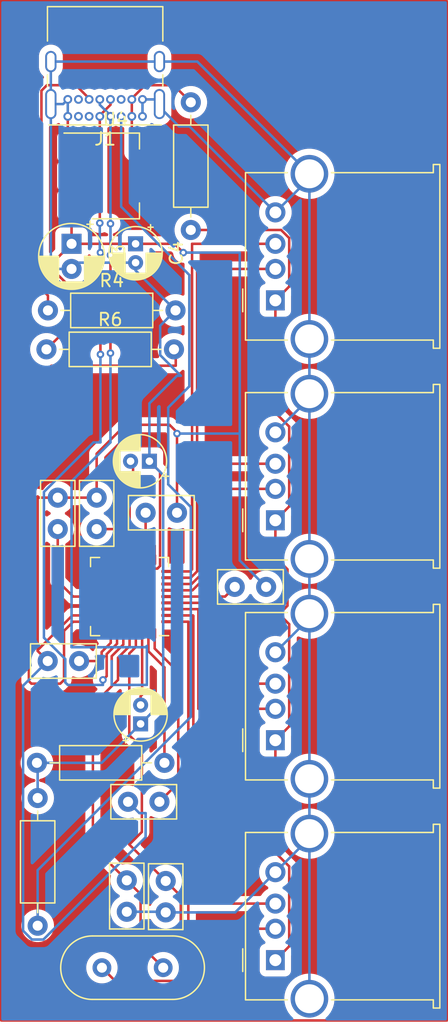
<source format=kicad_pcb>
(kicad_pcb (version 20241229) (generator "pcbnew") (generator_version "9.0")
  (layers (0 "F.Cu" signal) (2 "B.Cu" signal) (13 "F.Paste" user) (15 "B.Paste" user) (5 "F.SilkS" user "F.Silkscreen") (7 "B.SilkS" user "B.Silkscreen") (1 "F.Mask" user) (3 "B.Mask" user) (25 "Edge.Cuts" user))
  (net 0 "")
  (net 1 "GND")
  (net 2 "+3.3V")
  (net 3 "Net-(U3-PLLFILT)")
  (net 4 "Net-(U3-XTALIN{slash}CLKIN)")
  (net 5 "Net-(U3-XTALOUT)")
  (net 6 "Net-(U3-CRFILT)")
  (net 7 "Net-(C9-Pad1)")
  (net 8 "Net-(C10-Pad1)")
  (net 9 "Net-(C11-Pad1)")
  (net 10 "Net-(C12-Pad1)")
  (net 11 "Net-(C13-Pad1)")
  (net 12 "Net-(C14-Pad1)")
  (net 13 "Net-(J1-CC2)")
  (net 15 "Net-(J1-CC1)")
  (net 16 "Net-(U3-USBDM_UP)")
  (net 17 "Net-(U3-USBDP_UP)")
  (net 19 "Net-(J2-D-)")
  (net 20 "Net-(J2-VBUS)")
  (net 21 "Net-(J2-D+)")
  (net 22 "Net-(J3-D+)")
  (net 23 "Net-(J3-D-)")
  (net 24 "Net-(J4-D+)")
  (net 25 "Net-(J4-D-)")
  (net 26 "Net-(J5-D+)")
  (net 27 "Net-(J5-D-)")
  (net 28 "Net-(U3-VBUS_DET)")
  (net 29 "Net-(U3-RBIAS)")
  (footprint "Connector_USB:USB_A_Molex_67643_Horizontal" (layer "F.Cu") (at 165.337 54.2 90)
    (property "Reference" "J4" (hide yes))
    (property "Value" "USB_A" (hide yes))
    (pad "1" thru_hole rect (at 0 0 90) (size 1.6 1.5) (drill 0.95) (layers "*.Cu" "*.Mask") (net 20 "Net-(J2-VBUS)"))
    (pad "2" thru_hole circle (at 2.5 0 90) (size 1.6 1.6) (drill 0.95) (layers "*.Cu" "*.Mask") (net 25 "Net-(J4-D-)"))
    (pad "3" thru_hole circle (at 4.5 0 90) (size 1.6 1.6) (drill 0.95) (layers "*.Cu" "*.Mask") (net 24 "Net-(J4-D+)"))
    (pad "4" thru_hole circle (at 7 0 90) (size 1.6 1.6) (drill 0.95) (layers "*.Cu" "*.Mask") (net 1 "GND"))
    (pad "5" thru_hole circle (at -3.07 2.71 90) (size 3 3) (drill 2.3) (layers "*.Cu" "*.Mask") (net 1 "GND"))
    (pad "5" thru_hole circle (at 10.07 2.71 90) (size 3 3) (drill 2.3) (layers "*.Cu" "*.Mask") (net 1 "GND"))
  )
  (footprint "Capacitor_THT:C_Disc_D5.0mm_W2.5mm_P2.50mm" (layer "F.Cu") (at 156.6 85.4 90)
    (property "Reference" "C6" (hide yes))
    (property "Value" "22pF_Ceramic" (hide yes))
    (pad "1" thru_hole circle (at 0 0 90) (size 1.6 1.6) (drill 0.8) (layers "*.Cu" "*.Mask") (net 1 "GND"))
    (pad "2" thru_hole circle (at 2.5 0 90) (size 1.6 1.6) (drill 0.8) (layers "*.Cu" "*.Mask") (net 4 "Net-(U3-XTALIN{slash}CLKIN)"))
  )
  (footprint "Capacitor_THT:CP_Radial_D4.0mm_P1.50mm" (layer "F.Cu") (at 154.2 32.2 -90)
    (property "Reference" "C4" (at 0.75 -3.25 90) (layer "F.SilkS"))
    (property "Value" "22uF_16V" (hide yes))
    (pad "1" thru_hole rect (at 0 0 270) (size 1.2 1.2) (drill 0.6) (layers "*.Cu" "*.Mask") (net 2 "+3.3V"))
    (pad "2" thru_hole circle (at 1.5 0 270) (size 1.2 1.2) (drill 0.6) (layers "*.Cu" "*.Mask") (net 1 "GND"))
  )
  (footprint "Resistor_THT:R_Axial_DIN0207_L6.3mm_D2.5mm_P10.16mm_Horizontal" (layer "F.Cu") (at 147.22 37.5)
    (property "Reference" "R4" (at 5.08 -2.37 0) (layer "F.SilkS"))
    (property "Value" "5.1k")
    (pad "1" thru_hole circle (at 0 0) (size 1.6 1.6) (drill 0.8) (layers "*.Cu" "*.Mask") (net 13 "Net-(J1-CC2)"))
    (pad "2" thru_hole oval (at 10.16 0) (size 1.6 1.6) (drill 0.8) (layers "*.Cu" "*.Mask") (net 1 "GND"))
  )
  (footprint "Connector_USB:USB_C_Receptacle_GCT_USB4085" (layer "F.Cu") (at 154.75 22.06 180)
    (property "Reference" "J1" (at 2.975 -1.8 0) (layer "F.SilkS"))
    (property "Value" "USB_C_Receptacle_USB2.0_16P" (hide yes))
    (pad "A1" thru_hole circle (at 0 0 180) (size 0.7 0.7) (drill 0.4) (layers "*.Cu" "*.Mask") (net 1 "GND"))
    (pad "A4" thru_hole circle (at 0.85 0 180) (size 0.7 0.7) (drill 0.4) (layers "*.Cu" "*.Mask") (net 2 "+3.3V"))
    (pad "A5" thru_hole circle (at 1.7 0 180) (size 0.7 0.7) (drill 0.4) (layers "*.Cu" "*.Mask") (net 15 "Net-(J1-CC1)"))
    (pad "A6" thru_hole circle (at 2.55 0 180) (size 0.7 0.7) (drill 0.4) (layers "*.Cu" "*.Mask") (net 17 "Net-(U3-USBDP_UP)"))
    (pad "A7" thru_hole circle (at 3.4 0 180) (size 0.7 0.7) (drill 0.4) (layers "*.Cu" "*.Mask") (net 16 "Net-(U3-USBDM_UP)"))
    (pad "A8" thru_hole circle (at 4.25 0 180) (size 0.7 0.7) (drill 0.4) (layers "*.Cu" "*.Mask"))
    (pad "A9" thru_hole circle (at 5.1 0 180) (size 0.7 0.7) (drill 0.4) (layers "*.Cu" "*.Mask") (net 2 "+3.3V"))
    (pad "A12" thru_hole circle (at 5.95 0 180) (size 0.7 0.7) (drill 0.4) (layers "*.Cu" "*.Mask") (net 1 "GND"))
    (pad "B1" thru_hole circle (at 5.95 1.35 180) (size 0.7 0.7) (drill 0.4) (layers "*.Cu" "*.Mask") (net 1 "GND"))
    (pad "B4" thru_hole circle (at 5.1 1.35 180) (size 0.7 0.7) (drill 0.4) (layers "*.Cu" "*.Mask") (net 2 "+3.3V"))
    (pad "B5" thru_hole circle (at 4.25 1.35 180) (size 0.7 0.7) (drill 0.4) (layers "*.Cu" "*.Mask") (net 13 "Net-(J1-CC2)"))
    (pad "B6" thru_hole circle (at 3.4 1.35 180) (size 0.7 0.7) (drill 0.4) (layers "*.Cu" "*.Mask") (net 17 "Net-(U3-USBDP_UP)"))
    (pad "B7" thru_hole circle (at 2.55 1.35 180) (size 0.7 0.7) (drill 0.4) (layers "*.Cu" "*.Mask") (net 16 "Net-(U3-USBDM_UP)"))
    (pad "B8" thru_hole circle (at 1.7 1.35 180) (size 0.7 0.7) (drill 0.4) (layers "*.Cu" "*.Mask"))
    (pad "B9" thru_hole circle (at 0.85 1.35 180) (size 0.7 0.7) (drill 0.4) (layers "*.Cu" "*.Mask") (net 2 "+3.3V"))
    (pad "B12" thru_hole circle (at 0 1.35 180) (size 0.7 0.7) (drill 0.4) (layers "*.Cu" "*.Mask") (net 1 "GND"))
    (pad "S1" thru_hole oval (at -1.35 0.98 180) (size 0.9 2.4) (drill oval 0.6 2.1) (layers "*.Cu" "*.Mask") (net 1 "GND"))
    (pad "S1" thru_hole oval (at -1.35 4.36 180) (size 0.9 1.7) (drill oval 0.6 1.4) (layers "*.Cu" "*.Mask") (net 1 "GND"))
    (pad "S1" thru_hole oval (at 7.3 0.98 180) (size 0.9 2.4) (drill oval 0.6 2.1) (layers "*.Cu" "*.Mask") (net 1 "GND"))
    (pad "S1" thru_hole oval (at 7.3 4.36 180) (size 0.9 1.7) (drill oval 0.6 1.4) (layers "*.Cu" "*.Mask") (net 1 "GND"))
  )
  (footprint "Capacitor_THT:C_Disc_D5.0mm_W2.5mm_P2.50mm" (layer "F.Cu") (at 153.5 85.35 90)
    (property "Reference" "C7" (hide yes))
    (property "Value" "22pF_Ceramic" (hide yes))
    (pad "1" thru_hole circle (at 0 0 90) (size 1.6 1.6) (drill 0.8) (layers "*.Cu" "*.Mask") (net 1 "GND"))
    (pad "2" thru_hole circle (at 2.5 0 90) (size 1.6 1.6) (drill 0.8) (layers "*.Cu" "*.Mask") (net 5 "Net-(U3-XTALOUT)"))
  )
  (footprint "Capacitor_THT:C_Disc_D5.0mm_W2.5mm_P2.50mm" (layer "F.Cu") (at 149.7 65.4 180)
    (property "Reference" "C11" (hide yes))
    (property "Value" "100nF_Ceramic" (hide yes))
    (pad "1" thru_hole circle (at 0 0 180) (size 1.6 1.6) (drill 0.8) (layers "*.Cu" "*.Mask") (net 9 "Net-(C11-Pad1)"))
    (pad "2" thru_hole circle (at 2.5 0 180) (size 1.6 1.6) (drill 0.8) (layers "*.Cu" "*.Mask") (net 2 "+3.3V"))
  )
  (footprint "Capacitor_THT:CP_Radial_D5.0mm_P2.00mm" (layer "F.Cu") (at 149.1 32.2 -90)
    (property "Reference" "C3" (at 1 -3.75 90) (layer "F.SilkS"))
    (property "Value" "10uF_16V" (hide yes))
    (pad "1" thru_hole rect (at 0 0 270) (size 1.6 1.6) (drill 0.8) (layers "*.Cu" "*.Mask") (net 2 "+3.3V"))
    (pad "2" thru_hole circle (at 2 0 270) (size 1.6 1.6) (drill 0.8) (layers "*.Cu" "*.Mask") (net 1 "GND"))
  )
  (footprint "Package_TO_SOT_SMD:SOT-223-3_TabPin2" (layer "F.Cu") (at 152.6 26.8)
    (property "Reference" "U4" (at 0 -4.5 0) (layer "F.SilkS"))
    (property "Value" "AMS1117-3.3" (hide yes))
    (pad "1" smd rect (at -3.15 -2.3) (size 2 1.5) (layers "F.Cu" "F.Mask" "F.Paste") (net 1 "GND"))
    (pad "2" smd rect (at -3.15 0) (size 2 1.5) (layers "F.Cu" "F.Mask" "F.Paste") (net 2 "+3.3V"))
    (pad "2" smd rect (at 3.15 0) (size 2 3.8) (layers "F.Cu" "F.Mask" "F.Paste") (net 2 "+3.3V"))
    (pad "3" smd rect (at -3.15 2.3) (size 2 1.5) (layers "F.Cu" "F.Mask" "F.Paste") (net 2 "+3.3V"))
  )
  (footprint "Capacitor_THT:CP_Radial_D4.0mm_P1.50mm" (layer "F.Cu") (at 155.3 49.5 180)
    (property "Reference" "C8" (hide yes))
    (property "Value" "1uF_50V" (hide yes))
    (pad "1" thru_hole rect (at 0 0 180) (size 1.2 1.2) (drill 0.6) (layers "*.Cu" "*.Mask") (net 1 "GND"))
    (pad "2" thru_hole circle (at 1.5 0 180) (size 1.2 1.2) (drill 0.6) (layers "*.Cu" "*.Mask") (net 6 "Net-(U3-CRFILT)"))
  )
  (footprint "Resistor_THT:R_Axial_DIN0207_L6.3mm_D2.5mm_P10.16mm_Horizontal" (layer "F.Cu") (at 158.6 20.94 -90)
    (property "Reference" "R5" (hide yes))
    (property "Value" "100k" (hide yes))
    (pad "1" thru_hole circle (at 0 0 270) (size 1.6 1.6) (drill 0.8) (layers "*.Cu" "*.Mask") (net 2 "+3.3V"))
    (pad "2" thru_hole oval (at 10.16 0 270) (size 1.6 1.6) (drill 0.8) (layers "*.Cu" "*.Mask") (net 20 "Net-(J2-VBUS)"))
  )
  (footprint "Connector_USB:USB_A_Molex_67643_Horizontal" (layer "F.Cu") (at 165.337 89.2 90)
    (property "Reference" "J2" (hide yes))
    (property "Value" "USB_A" (hide yes))
    (pad "1" thru_hole rect (at 0 0 90) (size 1.6 1.5) (drill 0.95) (layers "*.Cu" "*.Mask") (net 20 "Net-(J2-VBUS)"))
    (pad "2" thru_hole circle (at 2.5 0 90) (size 1.6 1.6) (drill 0.95) (layers "*.Cu" "*.Mask") (net 19 "Net-(J2-D-)"))
    (pad "3" thru_hole circle (at 4.5 0 90) (size 1.6 1.6) (drill 0.95) (layers "*.Cu" "*.Mask") (net 21 "Net-(J2-D+)"))
    (pad "4" thru_hole circle (at 7 0 90) (size 1.6 1.6) (drill 0.95) (layers "*.Cu" "*.Mask") (net 1 "GND"))
    (pad "5" thru_hole circle (at -3.07 2.71 90) (size 3 3) (drill 2.3) (layers "*.Cu" "*.Mask") (net 1 "GND"))
    (pad "5" thru_hole circle (at 10.07 2.71 90) (size 3 3) (drill 2.3) (layers "*.Cu" "*.Mask") (net 1 "GND"))
  )
  (footprint "Capacitor_THT:C_Disc_D5.0mm_W2.5mm_P2.50mm" (layer "F.Cu") (at 148 54.9 90)
    (property "Reference" "C14" (hide yes))
    (property "Value" "100nF_Ceramic" (hide yes))
    (pad "1" thru_hole circle (at 0 0 90) (size 1.6 1.6) (drill 0.8) (layers "*.Cu" "*.Mask") (net 12 "Net-(C14-Pad1)"))
    (pad "2" thru_hole circle (at 2.5 0 90) (size 1.6 1.6) (drill 0.8) (layers "*.Cu" "*.Mask") (net 2 "+3.3V"))
  )
  (footprint "Crystal:Crystal_HC49-4H_Vertical" (layer "F.Cu") (at 151.52 89.8)
    (property "Reference" "Y1" (hide yes))
    (property "Value" "Crystal_24MHz" (hide yes))
    (pad "1" thru_hole circle (at 0 0) (size 1.5 1.5) (drill 0.8) (layers "*.Cu" "*.Mask") (net 4 "Net-(U3-XTALIN{slash}CLKIN)"))
    (pad "2" thru_hole circle (at 4.88 0) (size 1.5 1.5) (drill 0.8) (layers "*.Cu" "*.Mask") (net 5 "Net-(U3-XTALOUT)"))
  )
  (footprint "Package_DFN_QFN:QFN-36-1EP_6x6mm_P0.5mm_EP3.7x3.7mm" (layer "F.Cu") (at 153.7225 60.27 180)
    (property "Reference" "U3" (hide yes))
    (property "Value" "USB2514B_Bi" (hide yes))
    (pad "1" smd roundrect (at -2.9375 -2 180) (size 0.825 0.25) (layers "F.Cu" "F.Mask" "F.Paste") (net 19 "Net-(J2-D-)"))
    (pad "2" smd roundrect (at -2.9375 -1.5 180) (size 0.825 0.25) (layers "F.Cu" "F.Mask" "F.Paste") (net 21 "Net-(J2-D+)"))
    (pad "3" smd roundrect (at -2.9375 -1 180) (size 0.825 0.25) (layers "F.Cu" "F.Mask" "F.Paste") (net 23 "Net-(J3-D-)"))
    (pad "4" smd roundrect (at -2.9375 -0.5 180) (size 0.825 0.25) (layers "F.Cu" "F.Mask" "F.Paste") (net 22 "Net-(J3-D+)"))
    (pad "5" smd roundrect (at -2.9375 0 180) (size 0.825 0.25) (layers "F.Cu" "F.Mask" "F.Paste") (net 7 "Net-(C9-Pad1)"))
    (pad "6" smd roundrect (at -2.9375 0.5 180) (size 0.825 0.25) (layers "F.Cu" "F.Mask" "F.Paste") (net 25 "Net-(J4-D-)"))
    (pad "7" smd roundrect (at -2.9375 1 180) (size 0.825 0.25) (layers "F.Cu" "F.Mask" "F.Paste") (net 24 "Net-(J4-D+)"))
    (pad "8" smd roundrect (at -2.9375 1.5 180) (size 0.825 0.25) (layers "F.Cu" "F.Mask" "F.Paste") (net 27 "Net-(J5-D-)"))
    (pad "9" smd roundrect (at -2.9375 2 180) (size 0.825 0.25) (layers "F.Cu" "F.Mask" "F.Paste") (net 26 "Net-(J5-D+)"))
    (pad "10" smd roundrect (at -2 2.9375 180) (size 0.25 0.825) (layers "F.Cu" "F.Mask" "F.Paste") (net 8 "Net-(C10-Pad1)"))
    (pad "11" smd roundrect (at -1.5 2.9375 180) (size 0.25 0.825) (layers "F.Cu" "F.Mask" "F.Paste") (net 1 "GND"))
    (pad "12" smd roundrect (at -1 2.9375 180) (size 0.25 0.825) (layers "F.Cu" "F.Mask" "F.Paste"))
    (pad "13" smd roundrect (at -0.5 2.9375 180) (size 0.25 0.825) (layers "F.Cu" "F.Mask" "F.Paste"))
    (pad "14" smd roundrect (at 0 2.9375 180) (size 0.25 0.825) (layers "F.Cu" "F.Mask" "F.Paste") (net 6 "Net-(U3-CRFILT)"))
    (pad "15" smd roundrect (at 0.5 2.9375 180) (size 0.25 0.825) (layers "F.Cu" "F.Mask" "F.Paste") (net 11 "Net-(C13-Pad1)"))
    (pad "16" smd roundrect (at 1 2.9375 180) (size 0.25 0.825) (layers "F.Cu" "F.Mask" "F.Paste"))
    (pad "17" smd roundrect (at 1.5 2.9375 180) (size 0.25 0.825) (layers "F.Cu" "F.Mask" "F.Paste"))
    (pad "18" smd roundrect (at 2 2.9375 180) (size 0.25 0.825) (layers "F.Cu" "F.Mask" "F.Paste"))
    (pad "19" smd roundrect (at 2.9375 2 180) (size 0.825 0.25) (layers "F.Cu" "F.Mask" "F.Paste"))
    (pad "20" smd roundrect (at 2.9375 1.5 180) (size 0.825 0.25) (layers "F.Cu" "F.Mask" "F.Paste"))
    (pad "21" smd roundrect (at 2.9375 1 180) (size 0.825 0.25) (layers "F.Cu" "F.Mask" "F.Paste"))
    (pad "22" smd roundrect (at 2.9375 0.5 180) (size 0.825 0.25) (layers "F.Cu" "F.Mask" "F.Paste"))
    (pad "23" smd roundrect (at 2.9375 0 180) (size 0.825 0.25) (layers "F.Cu" "F.Mask" "F.Paste") (net 12 "Net-(C14-Pad1)"))
    (pad "24" smd roundrect (at 2.9375 -0.5 180) (size 0.825 0.25) (layers "F.Cu" "F.Mask" "F.Paste"))
    (pad "25" smd roundrect (at 2.9375 -1 180) (size 0.825 0.25) (layers "F.Cu" "F.Mask" "F.Paste"))
    (pad "26" smd roundrect (at 2.9375 -1.5 180) (size 0.825 0.25) (layers "F.Cu" "F.Mask" "F.Paste") (net 2 "+3.3V"))
    (pad "27" smd roundrect (at 2.9375 -2 180) (size 0.825 0.25) (layers "F.Cu" "F.Mask" "F.Paste") (net 28 "Net-(U3-VBUS_DET)"))
    (pad "28" smd roundrect (at 2 -2.9375 180) (size 0.25 0.825) (layers "F.Cu" "F.Mask" "F.Paste"))
    (pad "29" smd roundrect (at 1.5 -2.9375 180) (size 0.25 0.825) (layers "F.Cu" "F.Mask" "F.Paste") (net 9 "Net-(C11-Pad1)"))
    (pad "30" smd roundrect (at 1 -2.9375 180) (size 0.25 0.825) (layers "F.Cu" "F.Mask" "F.Paste") (net 16 "Net-(U3-USBDM_UP)"))
    (pad "31" smd roundrect (at 0.5 -2.9375 180) (size 0.25 0.825) (layers "F.Cu" "F.Mask" "F.Paste") (net 17 "Net-(U3-USBDP_UP)"))
    (pad "32" smd roundrect (at 0 -2.9375 180) (size 0.25 0.825) (layers "F.Cu" "F.Mask" "F.Paste") (net 5 "Net-(U3-XTALOUT)"))
    (pad "33" smd roundrect (at -0.5 -2.9375 180) (size 0.25 0.825) (layers "F.Cu" "F.Mask" "F.Paste") (net 4 "Net-(U3-XTALIN{slash}CLKIN)"))
    (pad "34" smd roundrect (at -1 -2.9375 180) (size 0.25 0.825) (layers "F.Cu" "F.Mask" "F.Paste") (net 3 "Net-(U3-PLLFILT)"))
    (pad "35" smd roundrect (at -1.5 -2.9375 180) (size 0.25 0.825) (layers "F.Cu" "F.Mask" "F.Paste") (net 29 "Net-(U3-RBIAS)"))
    (pad "36" smd roundrect (at -2 -2.9375 180) (size 0.25 0.825) (layers "F.Cu" "F.Mask" "F.Paste") (net 10 "Net-(C12-Pad1)"))
    (pad "37" smd rect (at 0 0 180) (size 3.7 3.7) (layers "F.Cu" "F.Mask") (net 1 "GND"))
  )
  (footprint "Capacitor_THT:C_Disc_D5.0mm_W2.5mm_P2.50mm" (layer "F.Cu") (at 156.1 76.6 180)
    (property "Reference" "C12" (hide yes))
    (property "Value" "100nF_Ceramic" (hide yes))
    (pad "1" thru_hole circle (at 0 0 180) (size 1.6 1.6) (drill 0.8) (layers "*.Cu" "*.Mask") (net 10 "Net-(C12-Pad1)"))
    (pad "2" thru_hole circle (at 2.5 0 180) (size 1.6 1.6) (drill 0.8) (layers "*.Cu" "*.Mask") (net 2 "+3.3V"))
  )
  (footprint "Capacitor_THT:C_Disc_D5.0mm_W2.5mm_P2.50mm" (layer "F.Cu") (at 162.1 59.5)
    (property "Reference" "C9" (hide yes))
    (property "Value" "100nF_Ceramic" (hide yes))
    (pad "1" thru_hole circle (at 0 0) (size 1.6 1.6) (drill 0.8) (layers "*.Cu" "*.Mask") (net 7 "Net-(C9-Pad1)"))
    (pad "2" thru_hole circle (at 2.5 0) (size 1.6 1.6) (drill 0.8) (layers "*.Cu" "*.Mask") (net 2 "+3.3V"))
  )
  (footprint "Capacitor_THT:C_Disc_D5.0mm_W2.5mm_P2.50mm" (layer "F.Cu") (at 155 53.6)
    (property "Reference" "C10" (hide yes))
    (property "Value" "100nF_Ceramic" (hide yes))
    (pad "1" thru_hole circle (at 0 0) (size 1.6 1.6) (drill 0.8) (layers "*.Cu" "*.Mask") (net 8 "Net-(C10-Pad1)"))
    (pad "2" thru_hole circle (at 2.5 0) (size 1.6 1.6) (drill 0.8) (layers "*.Cu" "*.Mask") (net 2 "+3.3V"))
  )
  (footprint "Resistor_THT:R_Axial_DIN0207_L6.3mm_D2.5mm_P10.16mm_Horizontal" (layer "F.Cu") (at 147.1 40.6)
    (property "Reference" "R6" (at 5.08 -2.37 0) (layer "F.SilkS"))
    (property "Value" "100k" (hide yes))
    (pad "1" thru_hole circle (at 0 0) (size 1.6 1.6) (drill 0.8) (layers "*.Cu" "*.Mask") (net 2 "+3.3V"))
    (pad "2" thru_hole oval (at 10.16 0) (size 1.6 1.6) (drill 0.8) (layers "*.Cu" "*.Mask") (net 28 "Net-(U3-VBUS_DET)"))
  )
  (footprint "Resistor_THT:R_Axial_DIN0207_L6.3mm_D2.5mm_P10.16mm_Horizontal" (layer "F.Cu") (at 146.34 73.5)
    (property "Reference" "RBIAS1" (hide yes))
    (property "Value" "12k" (hide yes))
    (pad "1" thru_hole circle (at 0 0) (size 1.6 1.6) (drill 0.8) (layers "*.Cu" "*.Mask") (net 1 "GND"))
    (pad "2" thru_hole oval (at 10.16 0) (size 1.6 1.6) (drill 0.8) (layers "*.Cu" "*.Mask") (net 29 "Net-(U3-RBIAS)"))
  )
  (footprint "Connector_USB:USB_A_Molex_67643_Horizontal" (layer "F.Cu") (at 165.337 36.7 90)
    (property "Reference" "J5" (hide yes))
    (property "Value" "USB_A" (hide yes))
    (pad "1" thru_hole rect (at 0 0 90) (size 1.6 1.5) (drill 0.95) (layers "*.Cu" "*.Mask") (net 20 "Net-(J2-VBUS)"))
    (pad "2" thru_hole circle (at 2.5 0 90) (size 1.6 1.6) (drill 0.95) (layers "*.Cu" "*.Mask") (net 27 "Net-(J5-D-)"))
    (pad "3" thru_hole circle (at 4.5 0 90) (size 1.6 1.6) (drill 0.95) (layers "*.Cu" "*.Mask") (net 26 "Net-(J5-D+)"))
    (pad "4" thru_hole circle (at 7 0 90) (size 1.6 1.6) (drill 0.95) (layers "*.Cu" "*.Mask") (net 1 "GND"))
    (pad "5" thru_hole circle (at -3.07 2.71 90) (size 3 3) (drill 2.3) (layers "*.Cu" "*.Mask") (net 1 "GND"))
    (pad "5" thru_hole circle (at 10.07 2.71 90) (size 3 3) (drill 2.3) (layers "*.Cu" "*.Mask") (net 1 "GND"))
  )
  (footprint "Connector_USB:USB_A_Molex_67643_Horizontal" (layer "F.Cu") (at 165.337 71.7 90)
    (property "Reference" "J3" (hide yes))
    (property "Value" "USB_A" (hide yes))
    (pad "1" thru_hole rect (at 0 0 90) (size 1.6 1.5) (drill 0.95) (layers "*.Cu" "*.Mask") (net 20 "Net-(J2-VBUS)"))
    (pad "2" thru_hole circle (at 2.5 0 90) (size 1.6 1.6) (drill 0.95) (layers "*.Cu" "*.Mask") (net 23 "Net-(J3-D-)"))
    (pad "3" thru_hole circle (at 4.5 0 90) (size 1.6 1.6) (drill 0.95) (layers "*.Cu" "*.Mask") (net 22 "Net-(J3-D+)"))
    (pad "4" thru_hole circle (at 7 0 90) (size 1.6 1.6) (drill 0.95) (layers "*.Cu" "*.Mask") (net 1 "GND"))
    (pad "5" thru_hole circle (at -3.07 2.71 90) (size 3 3) (drill 2.3) (layers "*.Cu" "*.Mask") (net 1 "GND"))
    (pad "5" thru_hole circle (at 10.07 2.71 90) (size 3 3) (drill 2.3) (layers "*.Cu" "*.Mask") (net 1 "GND"))
  )
  (footprint "Capacitor_THT:CP_Radial_D4.0mm_P1.50mm" (layer "F.Cu") (at 154.6 70.4 90)
    (property "Reference" "C5" (hide yes))
    (property "Value" "1uF_50V" (hide yes))
    (pad "1" thru_hole rect (at 0 0 90) (size 1.2 1.2) (drill 0.6) (layers "*.Cu" "*.Mask") (net 1 "GND"))
    (pad "2" thru_hole circle (at 1.5 0 90) (size 1.2 1.2) (drill 0.6) (layers "*.Cu" "*.Mask") (net 3 "Net-(U3-PLLFILT)"))
  )
  (footprint "Resistor_THT:R_Axial_DIN0207_L6.3mm_D2.5mm_P10.16mm_Horizontal" (layer "F.Cu") (at 146.4 86.46 90)
    (property "Reference" "R3" (hide yes))
    (property "Value" "5.1k" (hide yes))
    (pad "1" thru_hole circle (at 0 0 90) (size 1.6 1.6) (drill 0.8) (layers "*.Cu" "*.Mask") (net 15 "Net-(J1-CC1)"))
    (pad "2" thru_hole oval (at 10.16 0 90) (size 1.6 1.6) (drill 0.8) (layers "*.Cu" "*.Mask") (net 1 "GND"))
  )
  (footprint "Capacitor_THT:C_Disc_D5.0mm_W2.5mm_P2.50mm" (layer "F.Cu") (at 151.1 54.9 90)
    (property "Reference" "C13" (hide yes))
    (property "Value" "100nF_Ceramic" (hide yes))
    (pad "1" thru_hole circle (at 0 0 90) (size 1.6 1.6) (drill 0.8) (layers "*.Cu" "*.Mask") (net 11 "Net-(C13-Pad1)"))
    (pad "2" thru_hole circle (at 2.5 0 90) (size 1.6 1.6) (drill 0.8) (layers "*.Cu" "*.Mask") (net 2 "+3.3V"))
  )
  (gr_rect (start 143.5 12.9) (end 179 94) (stroke (width 0.2)) (fill no) (layer "F.Cu"))
  (segment (start 149.45 24.5) (end 148.8 23.85) (width 0.2) (layer "F.Cu") (net 1))
  (segment (start 155.937298 58.046) (end 156.1485 57.834798) (width 0.2) (layer "F.Cu") (net 1))
  (segment (start 156.1485 50.3485) (end 155.3 49.5) (width 0.2) (layer "F.Cu") (net 1))
  (segment (start 148.8 23.85) (end 148.8 22.06) (width 0.2) (layer "F.Cu") (net 1))
  (segment (start 155.2225 57.3325) (end 155.2225 58.77) (width 0.2) (layer "F.Cu") (net 1))
  (segment (start 155.2225 57.3325) (end 155.2225 57.760798) (width 0.2) (layer "F.Cu") (net 1))
  (segment (start 155.2225 57.760798) (end 155.507702 58.046) (width 0.2) (layer "F.Cu") (net 1))
  (segment (start 156.1485 57.834798) (end 156.1485 50.3485) (width 0.2) (layer "F.Cu") (net 1))
  (segment (start 155.507702 58.046) (end 155.937298 58.046) (width 0.2) (layer "F.Cu") (net 1))
  (segment (start 155.2225 58.77) (end 153.7225 60.27) (width 0.2) (layer "F.Cu") (net 1))
  (segment (start 147.45 33.95) (end 147.45 21.08) (width 0.2) (layer "B.Cu") (net 1))
  (segment (start 165.337 29.7) (end 158.497 22.86) (width 0.2) (layer "B.Cu") (net 1))
  (segment (start 155.3 49.5) (end 155.3 44.9) (width 0.2) (layer "B.Cu") (net 1))
  (segment (start 146.34 73.5) (end 151.5 73.5) (width 0.2) (layer "B.Cu") (net 1))
  (segment (start 168.047 26.43295) (end 168.047 26.63) (width 0.2) (layer "B.Cu") (net 1))
  (segment (start 165.337 29.7) (end 168.047 26.99) (width 0.2) (layer "B.Cu") (net 1))
  (segment (start 148.43 21.08) (end 148.8 20.71) (width 0.2) (layer "B.Cu") (net 1))
  (segment (start 148.8 22.06) (end 148.8 20.71) (width 0.2) (layer "B.Cu") (net 1))
  (segment (start 154.75 22.06) (end 154.75 20.71) (width 0.2) (layer "B.Cu") (net 1))
  (segment (start 168.047 26.99) (end 168.047 26.63) (width 0.2) (layer "B.Cu") (net 1))
  (segment (start 157.80295 42.7) (end 156.159 41.05605) (width 0.2) (layer "B.Cu") (net 1))
  (segment (start 168.047 39.77) (end 168.047 26.63) (width 0.2) (layer "B.Cu") (net 1))
  (segment (start 156.6 85.4) (end 162.137 85.4) (width 0.2) (layer "B.Cu") (net 1))
  (segment (start 147.45 17.7) (end 156.1 17.7) (width 0.2) (layer "B.Cu") (net 1))
  (segment (start 168.047 57.27) (end 168.047 44.13) (width 0.2) (layer "B.Cu") (net 1))
  (segment (start 154.6 70.4) (end 156.399 68.601) (width 0.2) (layer "B.Cu") (net 1))
  (segment (start 168.047 26.63) (end 159.117 17.7) (width 0.2) (layer "B.Cu") (net 1))
  (segment (start 165.337 47.2) (end 168.047 44.49) (width 0.2) (layer "B.Cu") (net 1))
  (segment (start 156.55 85.35) (end 156.6 85.4) (width 0.2) (layer "B.Cu") (net 1))
  (segment (start 159.117 17.7) (end 156.1 17.7) (width 0.2) (layer "B.Cu") (net 1))
  (segment (start 157.66 22.86) (end 156.1 21.3) (width 0.2) (layer "B.Cu") (net 1))
  (segment (start 146.4 73.56) (end 146.34 73.5) (width 0.2) (layer "B.Cu") (net 1))
  (segment (start 155.73 20.71) (end 156.1 21.08) (width 0.2) (layer "B.Cu") (net 1))
  (segment (start 165.337 64.7) (end 168.047 61.99) (width 0.2) (layer "B.Cu") (net 1))
  (segment (start 155.3 44.9) (end 157.5 42.7) (width 0.2) (layer "B.Cu") (net 1))
  (segment (start 154.75 20.71) (end 155.73 20.71) (width 0.2) (layer "B.Cu") (net 1))
  (segment (start 153.5 85.35) (end 156.55 85.35) (width 0.2) (layer "B.Cu") (net 1))
  (segment (start 168.047 44.49) (end 168.047 44.13) (width 0.2) (layer "B.Cu") (net 1))
  (segment (start 154.2 33.7) (end 149.6 33.7) (width 0.2) (layer "B.Cu") (net 1))
  (segment (start 156.1 21.3) (end 156.1 21.08) (width 0.2) (layer "B.Cu") (net 1))
  (segment (start 149.6 33.7) (end 149.1 34.2) (width 0.2) (layer "B.Cu") (net 1))
  (segment (start 147.45 21.08) (end 147.45 17.7) (width 0.2) (layer "B.Cu") (net 1))
  (segment (start 147.7 34.2) (end 147.45 33.95) (width 0.2) (layer "B.Cu") (net 1))
  (segment (start 149.1 34.2) (end 147.7 34.2) (width 0.2) (layer "B.Cu") (net 1))
  (segment (start 151.5 73.5) (end 154.6 70.4) (width 0.2) (layer "B.Cu") (net 1))
  (segment (start 168.047 61.99) (end 168.047 61.63) (width 0.2) (layer "B.Cu") (net 1))
  (segment (start 156.159 38.721) (end 157.38 37.5) (width 0.2) (layer "B.Cu") (net 1))
  (segment (start 168.047 44.13) (end 168.047 39.77) (width 0.2) (layer "B.Cu") (net 1))
  (segment (start 156.399 68.601) (end 156.399 50.599) (width 0.2) (layer "B.Cu") (net 1))
  (segment (start 156.159 41.05605) (end 156.159 38.721) (width 0.2) (layer "B.Cu") (net 1))
  (segment (start 168.047 74.77) (end 168.047 61.63) (width 0.2) (layer "B.Cu") (net 1))
  (segment (start 168.047 92.27) (end 168.047 79.13) (width 0.2) (layer "B.Cu") (net 1))
  (segment (start 168.047 79.13) (end 168.047 74.77) (width 0.2) (layer "B.Cu") (net 1))
  (segment (start 162.137 85.4) (end 165.337 82.2) (width 0.2) (layer "B.Cu") (net 1))
  (segment (start 146.4 76.3) (end 146.4 73.56) (width 0.2) (layer "B.Cu") (net 1))
  (segment (start 147.45 21.08) (end 148.43 21.08) (width 0.2) (layer "B.Cu") (net 1))
  (segment (start 157.38 37.5) (end 154.2 34.32) (width 0.2) (layer "B.Cu") (net 1))
  (segment (start 154.2 34.32) (end 154.2 33.7) (width 0.2) (layer "B.Cu") (net 1))
  (segment (start 158.497 22.86) (end 157.66 22.86) (width 0.2) (layer "B.Cu") (net 1))
  (segment (start 168.047 61.63) (end 168.047 57.27) (width 0.2) (layer "B.Cu") (net 1))
  (segment (start 157.5 42.7) (end 157.80295 42.7) (width 0.2) (layer "B.Cu") (net 1))
  (segment (start 168.047 79.49) (end 168.047 79.13) (width 0.2) (layer "B.Cu") (net 1))
  (segment (start 165.337 82.2) (end 168.047 79.49) (width 0.2) (layer "B.Cu") (net 1))
  (segment (start 156.399 50.599) (end 155.3 49.5) (width 0.2) (layer "B.Cu") (net 1))
  (segment (start 147.999 33.301) (end 149.1 32.2) (width 0.2) (layer "F.Cu") (net 2))
  (segment (start 147.999 34.65605) (end 147.999 33.301) (width 0.2) (layer "F.Cu") (net 2))
  (segment (start 154.960346 19.579) (end 157.239 19.579) (width 0.2) (layer "F.Cu") (net 2))
  (segment (start 147.2 65.4) (end 146.4 64.6) (width 0.2) (layer "F.Cu") (net 2))
  (segment (start 148.64395 35.301) (end 147.999 34.65605) (width 0.2) (layer "F.Cu") (net 2))
  (segment (start 157.239 19.579) (end 158.6 20.94) (width 0.2) (layer "F.Cu") (net 2))
  (segment (start 149.45 29.1) (end 149.45 26.8) (width 0.2) (layer "F.Cu") (net 2))
  (segment (start 157.5 47.2) (end 157.5 47.3) (width 0.2) (layer "F.Cu") (net 2))
  (segment (start 157.3 32.2) (end 154.2 32.2) (width 0.2) (layer "F.Cu") (net 2))
  (segment (start 153.9 20.71) (end 153.9 20.639346) (width 0.2) (layer "F.Cu") (net 2))
  (segment (start 146.4 52.3) (end 146.5 52.4) (width 0.2) (layer "F.Cu") (net 2))
  (segment (start 153.9 22.06) (end 153.9 20.71) (width 0.2) (layer "F.Cu") (net 2))
  (segment (start 149.1 32.2) (end 149.1 29.45) (width 0.2) (layer "F.Cu") (net 2))
  (segment (start 153.9 24.95) (end 153.9 22.06) (width 0.2) (layer "F.Cu") (net 2))
  (segment (start 158 32.9) (end 157.3 32.2) (width 0.2) (layer "F.Cu") (net 2))
  (segment (start 146.4 64.5329) (end 146.4 52.3) (width 0.2) (layer "F.Cu") (net 2))
  (segment (start 147.1 40.6) (end 148.64395 39.05605) (width 0.2) (layer "F.Cu") (net 2))
  (segment (start 153.4 46.6) (end 156.9 46.6) (width 0.2) (layer "F.Cu") (net 2))
  (segment (start 146.5 52.4) (end 148 52.4) (width 0.2) (layer "F.Cu") (net 2))
  (segment (start 157.5 47.3) (end 157.5 53.6) (width 0.2) (layer "F.Cu") (net 2))
  (segment (start 156.9 46.6) (end 157.5 47.2) (width 0.2) (layer "F.Cu") (net 2))
  (segment (start 146.4 64.6) (end 146.4 64.5329) (width 0.2) (layer "F.Cu") (net 2))
  (segment (start 151.1 48.9) (end 153.4 46.6) (width 0.2) (layer "F.Cu") (net 2))
  (segment (start 151.1 52.4) (end 151.1 48.9) (width 0.2) (layer "F.Cu") (net 2))
  (segment (start 149.1629 61.77) (end 146.4 64.5329) (width 0.2) (layer "F.Cu") (net 2))
  (segment (start 149.1 32.2) (end 154.2 32.2) (width 0.2) (layer "F.Cu") (net 2))
  (segment (start 155.75 26.8) (end 153.9 24.95) (width 0.2) (layer "F.Cu") (net 2))
  (segment (start 153.9 20.639346) (end 154.960346 19.579) (width 0.2) (layer "F.Cu") (net 2))
  (segment (start 149.1 29.45) (end 149.45 29.1) (width 0.2) (layer "F.Cu") (net 2))
  (segment (start 148.64395 39.05605) (end 148.64395 35.301) (width 0.2) (layer "F.Cu") (net 2))
  (segment (start 151.1 52.4) (end 148 52.4) (width 0.2) (layer "F.Cu") (net 2))
  (segment (start 150.785 61.77) (end 149.1629 61.77) (width 0.2) (layer "F.Cu") (net 2))
  (via (at 157.5 47.3) (size 0.6) (drill 0.3) (layers "F.Cu" "B.Cu") (net 2))
  (via (at 158 32.9) (size 0.6) (drill 0.3) (layers "F.Cu" "B.Cu") (net 2))
  (segment (start 162.5 47.3) (end 162.5 32.9) (width 0.2) (layer "B.Cu") (net 2))
  (segment (start 147.2 65.4) (end 145.239 67.361) (width 0.2) (layer "B.Cu") (net 2))
  (segment (start 157.5 47.3) (end 162.5 47.3) (width 0.2) (layer "B.Cu") (net 2))
  (segment (start 145.239 67.361) (end 145.239 86.85605) (width 0.2) (layer "B.Cu") (net 2))
  (segment (start 162.5 32.9) (end 158 32.9) (width 0.2) (layer "B.Cu") (net 2))
  (segment (start 145.94395 87.561) (end 146.85605 87.561) (width 0.2) (layer "B.Cu") (net 2))
  (segment (start 155 79.41705) (end 155 77.5) (width 0.2) (layer "B.Cu") (net 2))
  (segment (start 164.6 59.5) (end 162.5 57.4) (width 0.2) (layer "B.Cu") (net 2))
  (segment (start 155 77.5) (end 154.5 77.5) (width 0.2) (layer "B.Cu") (net 2))
  (segment (start 162.5 57.4) (end 162.5 47.3) (width 0.2) (layer "B.Cu") (net 2))
  (segment (start 154.5 77.5) (end 153.6 76.6) (width 0.2) (layer "B.Cu") (net 2))
  (segment (start 146.85605 87.561) (end 155 79.41705) (width 0.2) (layer "B.Cu") (net 2))
  (segment (start 145.239 86.85605) (end 145.94395 87.561) (width 0.2) (layer "B.Cu") (net 2))
  (segment (start 154.6 68.2) (end 154.6 68.9) (width 0.2) (layer "F.Cu") (net 3))
  (segment (start 154.7225 63.2075) (end 154.7225 68.0775) (width 0.2) (layer "F.Cu") (net 3))
  (segment (start 154.7225 68.0775) (end 154.6 68.2) (width 0.2) (layer "F.Cu") (net 3))
  (segment (start 154.701 72.303) (end 153.699 71.301) (width 0.2) (layer "F.Cu") (net 4))
  (segment (start 151.52 89.8) (end 152.571 90.851) (width 0.2) (layer "F.Cu") (net 4))
  (segment (start 156.6 82.9) (end 153.699 79.999) (width 0.2) (layer "F.Cu") (net 4))
  (segment (start 157.8 90.8) (end 157.8 84.1) (width 0.2) (layer "F.Cu") (net 4))
  (segment (start 157.749 90.851) (end 157.8 90.8) (width 0.2) (layer "F.Cu") (net 4))
  (segment (start 152.571 90.851) (end 157.749 90.851) (width 0.2) (layer "F.Cu") (net 4))
  (segment (start 154.701 78.997) (end 154.701 72.303) (width 0.2) (layer "F.Cu") (net 4))
  (segment (start 153.699 64.801) (end 154.2225 64.2775) (width 0.2) (layer "F.Cu") (net 4))
  (segment (start 157.8 84.1) (end 156.6 82.9) (width 0.2) (layer "F.Cu") (net 4))
  (segment (start 153.699 79.999) (end 154.701 78.997) (width 0.2) (layer "F.Cu") (net 4))
  (segment (start 154.2225 63.2075) (end 154.2225 64.2775) (width 0.2) (layer "F.Cu") (net 4))
  (segment (start 153.699 71.301) (end 153.699 64.801) (width 0.2) (layer "F.Cu") (net 4))
  (segment (start 153.5 82.85) (end 150.8 80.15) (width 0.2) (layer "F.Cu") (net 5))
  (segment (start 152.8 65.1329) (end 153.7225 64.2104) (width 0.2) (layer "F.Cu") (net 5))
  (segment (start 150.8 80.15) (end 150.8 68.9) (width 0.2) (layer "F.Cu") (net 5))
  (segment (start 150.8 68.9) (end 152.8 66.9) (width 0.2) (layer "F.Cu") (net 5))
  (segment (start 153.7225 64.2104) (end 153.7225 63.2075) (width 0.2) (layer "F.Cu") (net 5))
  (segment (start 154.601 83.951) (end 153.5 82.85) (width 0.2) (layer "F.Cu") (net 5))
  (segment (start 154.601 88.001) (end 154.601 83.951) (width 0.2) (layer "F.Cu") (net 5))
  (segment (start 156.4 89.8) (end 154.601 88.001) (width 0.2) (layer "F.Cu") (net 5))
  (segment (start 152.8 66.9) (end 152.8 65.1329) (width 0.2) (layer "F.Cu") (net 5))
  (segment (start 154 51) (end 154 49.7) (width 0.2) (layer "F.Cu") (net 6))
  (segment (start 154 49.7) (end 153.8 49.5) (width 0.2) (layer "F.Cu") (net 6))
  (segment (start 153.7225 57.3325) (end 153.7225 51.2775) (width 0.2) (layer "F.Cu") (net 6))
  (segment (start 153.7225 51.2775) (end 154 51) (width 0.2) (layer "F.Cu") (net 6))
  (segment (start 161.33 60.27) (end 162.1 59.5) (width 0.2) (layer "F.Cu") (net 7))
  (segment (start 156.66 60.27) (end 161.33 60.27) (width 0.2) (layer "F.Cu") (net 7))
  (segment (start 155 55.5) (end 155 53.6) (width 0.2) (layer "F.Cu") (net 8))
  (segment (start 155.7225 56.2225) (end 155 55.5) (width 0.2) (layer "F.Cu") (net 8))
  (segment (start 155.7225 57.3325) (end 155.7225 56.2225) (width 0.2) (layer "F.Cu") (net 8))
  (segment (start 152.2225 63.2075) (end 152.2225 63.9541) (width 0.2) (layer "F.Cu") (net 9))
  (segment (start 151.394002 65.4) (end 151.497001 65.297001) (width 0.2) (layer "F.Cu") (net 9))
  (segment (start 151.497001 64.679599) (end 151.497001 65.297001) (width 0.2) (layer "F.Cu") (net 9))
  (segment (start 149.7 65.4) (end 151.394002 65.4) (width 0.2) (layer "F.Cu") (net 9))
  (segment (start 152.2225 63.9541) (end 151.497001 64.679599) (width 0.2) (layer "F.Cu") (net 9))
  (segment (start 156.1 76.6) (end 157.601 75.099) (width 0.2) (layer "F.Cu") (net 10))
  (segment (start 155.7225 63.2075) (end 155.7225 64.401) (width 0.2) (layer "F.Cu") (net 10))
  (segment (start 157.601 66.2795) (end 155.7225 64.401) (width 0.2) (layer "F.Cu") (net 10))
  (segment (start 157.601 75.099) (end 157.601 66.2795) (width 0.2) (layer "F.Cu") (net 10))
  (segment (start 153.2225 55.5225) (end 153.2225 57.3325) (width 0.2) (layer "F.Cu") (net 11))
  (segment (start 151.1 54.9) (end 152.6 54.9) (width 0.2) (layer "F.Cu") (net 11))
  (segment (start 152.6 54.9) (end 153.2225 55.5225) (width 0.2) (layer "F.Cu") (net 11))
  (segment (start 148 59.04) (end 148 54.9) (width 0.2) (layer "F.Cu") (net 12))
  (segment (start 150.785 60.27) (end 149.23 60.27) (width 0.2) (layer "F.Cu") (net 12))
  (segment (start 149.23 60.27) (end 148 59.04) (width 0.2) (layer "F.Cu") (net 12))
  (segment (start 147.22 36.32) (end 147.22 37.5) (width 0.2) (layer "F.Cu") (net 13))
  (segment (start 149.439654 19.579) (end 147.138926 19.579) (width 0.2) (layer "F.Cu") (net 13))
  (segment (start 150.5 20.71) (end 150.5 20.639346) (width 0.2) (layer "F.Cu") (net 13))
  (segment (start 147.138926 19.579) (end 146.7 20.017926) (width 0.2) (layer "F.Cu") (net 13))
  (segment (start 146.7 35.8) (end 147.22 36.32) (width 0.2) (layer "F.Cu") (net 13))
  (segment (start 146.7 20.017926) (end 146.7 35.8) (width 0.2) (layer "F.Cu") (net 13))
  (segment (start 150.5 20.639346) (end 149.439654 19.579) (width 0.2) (layer "F.Cu") (net 13))
  (segment (start 158.601 69.84195) (end 146.4 82.04295) (width 0.2) (layer "B.Cu") (net 15))
  (segment (start 153.05 22.06) (end 153.05 29.248) (width 0.2) (layer "B.Cu") (net 15))
  (segment (start 153.05 29.248) (end 158.481 34.679) (width 0.2) (layer "B.Cu") (net 15))
  (segment (start 158.481 34.679) (end 158.481 43.544793) (width 0.2) (layer "B.Cu") (net 15))
  (segment (start 156.8 45.225793) (end 156.8 51.34295) (width 0.2) (layer "B.Cu") (net 15))
  (segment (start 146.4 82.04295) (end 146.4 86.46) (width 0.2) (layer "B.Cu") (net 15))
  (segment (start 158.601 53.14395) (end 158.601 69.84195) (width 0.2) (layer "B.Cu") (net 15))
  (segment (start 156.8 51.34295) (end 158.601 53.14395) (width 0.2) (layer "B.Cu") (net 15))
  (segment (start 158.481 43.544793) (end 156.8 45.225793) (width 0.2) (layer "B.Cu") (net 15))
  (segment (start 151.35 22.06) (end 151.35 30.55) (width 0.2) (layer "F.Cu") (net 16))
  (segment (start 152.2 20.71) (end 152.2 21.139346) (width 0.2) (layer "F.Cu") (net 16))
  (segment (start 151.35 21.989346) (end 151.35 22.06) (width 0.2) (layer "F.Cu") (net 16))
  (segment (start 152.7225 63.2075) (end 152.7225 64.0212) (width 0.2) (layer "F.Cu") (net 16))
  (segment (start 151.4 32.9) (end 151.4 41) (width 0.2) (layer "F.Cu") (net 16))
  (segment (start 151.898001 66.601999) (end 151.6 66.9) (width 0.2) (layer "F.Cu") (net 16))
  (segment (start 152.2 21.139346) (end 151.35 21.989346) (width 0.2) (layer "F.Cu") (net 16))
  (segment (start 152.7225 64.0212) (end 151.898001 64.845699) (width 0.2) (layer "F.Cu") (net 16))
  (segment (start 151.898001 64.845699) (end 151.898001 66.601999) (width 0.2) (layer "F.Cu") (net 16))
  (via (at 151.35 30.55) (size 0.6) (drill 0.3) (layers "F.Cu" "B.Cu") (net 16))
  (via (at 151.6 66.9) (size 0.6) (drill 0.3) (layers "F.Cu" "B.Cu") (net 16))
  (via (at 151.4 41) (size 0.6) (drill 0.3) (layers "F.Cu" "B.Cu") (net 16))
  (via (at 151.4 32.9) (size 0.6) (drill 0.3) (layers "F.Cu" "B.Cu") (net 16))
  (segment (start 150.84295 48) (end 146.899 51.94395) (width 0.2) (layer "B.Cu") (net 16))
  (segment (start 151.35 30.55) (end 151.35 32.85) (width 0.2) (layer "B.Cu") (net 16))
  (segment (start 148.8 67.3) (end 151.6 67.3) (width 0.2) (layer "B.Cu") (net 16))
  (segment (start 148.599 65.24195) (end 148.599 67.099) (width 0.2) (layer "B.Cu") (net 16))
  (segment (start 151.35 32.85) (end 151.4 32.9) (width 0.2) (layer "B.Cu") (net 16))
  (segment (start 151.6 67.3) (end 151.6 66.9) (width 0.2) (layer "B.Cu") (net 16))
  (segment (start 151.4 48) (end 150.84295 48) (width 0.2) (layer "B.Cu") (net 16))
  (segment (start 148.599 67.099) (end 148.7 67.2) (width 0.2) (layer "B.Cu") (net 16))
  (segment (start 148.7 67.2) (end 148.8 67.3) (width 0.2) (layer "B.Cu") (net 16))
  (segment (start 146.899 63.54195) (end 148.599 65.24195) (width 0.2) (layer "B.Cu") (net 16))
  (segment (start 146.899 51.94395) (end 146.899 63.54195) (width 0.2) (layer "B.Cu") (net 16))
  (segment (start 151.4 41) (end 151.4 48) (width 0.2) (layer "B.Cu") (net 16))
  (segment (start 152.299001 65.398999) (end 152.299001 65.011799) (width 0.2) (layer "F.Cu") (net 17))
  (segment (start 152.199 40.899) (end 152.2 40.9) (width 0.2) (layer "F.Cu") (net 17))
  (segment (start 152.199 33.1) (end 152.199 40.899) (width 0.2) (layer "F.Cu") (net 17))
  (segment (start 153.2225 64.0883) (end 152.299001 65.011799) (width 0.2) (layer "F.Cu") (net 17))
  (segment (start 153.2225 63.2075) (end 153.2225 64.0883) (width 0.2) (layer "F.Cu") (net 17))
  (via (at 152.2 30.6) (size 0.6) (drill 0.3) (layers "F.Cu" "B.Cu") (net 17))
  (via (at 152.199 33.1) (size 0.6) (drill 0.3) (layers "F.Cu" "B.Cu") (net 17))
  (via (at 152.199 40.899) (size 0.6) (drill 0.3) (layers "F.Cu" "B.Cu") (net 17))
  (segment (start 149.1 64.3) (end 155 64.3) (width 0.2) (layer "B.Cu") (net 17))
  (segment (start 152.2 22.06) (end 152.2 30.6) (width 0.2) (layer "B.Cu") (net 17))
  (segment (start 152.2 33.1) (end 152.199 33.1) (width 0.2) (layer "B.Cu") (net 17))
  (segment (start 152.199 48.001) (end 149.1 51.1) (width 0.2) (layer "B.Cu") (net 17))
  (segment (start 152.3 65.4) (end 152.3 67.3) (width 0.2) (layer "B.Cu") (net 17))
  (segment (start 155 64.3) (end 155.1 64.2) (width 0.2) (layer "B.Cu") (net 17))
  (segment (start 149.1 51.1) (end 149.1 64.3) (width 0.2) (layer "B.Cu") (net 17))
  (segment (start 152.2 21.989346) (end 152.2 22.06) (width 0.2) (layer "B.Cu") (net 17))
  (segment (start 155.1 67.3) (end 152.3 67.3) (width 0.2) (layer "B.Cu") (net 17))
  (segment (start 155.1 64.2) (end 155.1 67.3) (width 0.2) (layer "B.Cu") (net 17))
  (segment (start 152.2 30.6) (end 152.2 33.1) (width 0.2) (layer "B.Cu") (net 17))
  (segment (start 151.35 21.139346) (end 152.2 21.989346) (width 0.2) (layer "B.Cu") (net 17))
  (segment (start 152.199 40.899) (end 152.199 48.001) (width 0.2) (layer "B.Cu") (net 17))
  (segment (start 151.35 20.71) (end 151.35 21.139346) (width 0.2) (layer "B.Cu") (net 17))
  (segment (start 165.337 86.7) (end 158.401 86.7) (width 0.2) (layer "F.Cu") (net 19))
  (segment (start 158.401 86.7) (end 158.401 62.27) (width 0.2) (layer "F.Cu") (net 19))
  (segment (start 158.401 62.27) (end 156.66 62.27) (width 0.2) (layer "F.Cu") (net 19))
  (segment (start 165.635001 61.664999) (end 166.3 61) (width 0.2) (layer "F.Cu") (net 20))
  (segment (start 165.79405 31.1) (end 158.6 31.1) (width 0.2) (layer "F.Cu") (net 20))
  (segment (start 166.3 61) (end 166.3 58.1) (width 0.2) (layer "F.Cu") (net 20))
  (segment (start 166.438 81.74395) (end 166.438 88.099) (width 0.2) (layer "F.Cu") (net 20))
  (segment (start 166.438 35.599) (end 166.438 31.74395) (width 0.2) (layer "F.Cu") (net 20))
  (segment (start 166.438 46.74395) (end 166.438 53.099) (width 0.2) (layer "F.Cu") (net 20))
  (segment (start 166.438 31.74395) (end 165.79405 31.1) (width 0.2) (layer "F.Cu") (net 20))
  (segment (start 165.337 71.7) (end 166.438 70.599) (width 0.2) (layer "F.Cu") (net 20))
  (segment (start 165.337 57.537) (end 165.337 54.2) (width 0.2) (layer "F.Cu") (net 20))
  (segment (start 166.438 62.467998) (end 165.635001 61.664999) (width 0.2) (layer "F.Cu") (net 20))
  (segment (start 165.337 36.7) (end 166.438 35.599) (width 0.2) (layer "F.Cu") (net 20))
  (segment (start 165.8 57.6) (end 165.4 57.6) (width 0.2) (layer "F.Cu") (net 20))
  (segment (start 166.438 88.099) (end 165.337 89.2) (width 0.2) (layer "F.Cu") (net 20))
  (segment (start 165.337 36.7) (end 165.337 45.64295) (width 0.2) (layer "F.Cu") (net 20))
  (segment (start 165.4 57.6) (end 165.337 57.537) (width 0.2) (layer "F.Cu") (net 20))
  (segment (start 166.438 53.099) (end 165.337 54.2) (width 0.2) (layer "F.Cu") (net 20))
  (segment (start 166.438 70.599) (end 166.438 62.467998) (width 0.2) (layer "F.Cu") (net 20))
  (segment (start 165.337 71.7) (end 165.337 80.64295) (width 0.2) (layer "F.Cu") (net 20))
  (segment (start 165.337 80.64295) (end 166.438 81.74395) (width 0.2) (layer "F.Cu") (net 20))
  (segment (start 166.3 58.1) (end 165.8 57.6) (width 0.2) (layer "F.Cu") (net 20))
  (segment (start 165.337 45.64295) (end 166.438 46.74395) (width 0.2) (layer "F.Cu") (net 20))
  (segment (start 158.77 61.77) (end 156.66 61.77) (width 0.2) (layer "F.Cu") (net 21))
  (segment (start 165.337 84.7) (end 158.802 84.7) (width 0.2) (layer "F.Cu") (net 21))
  (segment (start 158.802 61.802) (end 158.77 61.77) (width 0.2) (layer "F.Cu") (net 21))
  (segment (start 158.802 84.7) (end 158.802 61.802) (width 0.2) (layer "F.Cu") (net 21))
  (segment (start 159.57 60.77) (end 156.66 60.77) (width 0.2) (layer "F.Cu") (net 22))
  (segment (start 165.337 67.2) (end 159.604 67.2) (width 0.2) (layer "F.Cu") (net 22))
  (segment (start 159.604 67.2) (end 159.604 60.804) (width 0.2) (layer "F.Cu") (net 22))
  (segment (start 159.604 60.804) (end 159.57 60.77) (width 0.2) (layer "F.Cu") (net 22))
  (segment (start 159.203 69.2) (end 159.203 61.303) (width 0.2) (layer "F.Cu") (net 23))
  (segment (start 165.337 69.2) (end 159.203 69.2) (width 0.2) (layer "F.Cu") (net 23))
  (segment (start 159.203 61.303) (end 159.17 61.27) (width 0.2) (layer "F.Cu") (net 23))
  (segment (start 159.17 61.27) (end 156.66 61.27) (width 0.2) (layer "F.Cu") (net 23))
  (segment (start 159.502 49.7) (end 165.337 49.7) (width 0.2) (layer "F.Cu") (net 24))
  (segment (start 158.6642 59.27) (end 159.502 58.4322) (width 0.2) (layer "F.Cu") (net 24))
  (segment (start 159.502 58.4322) (end 159.502 49.7) (width 0.2) (layer "F.Cu") (net 24))
  (segment (start 156.66 59.27) (end 158.6642 59.27) (width 0.2) (layer "F.Cu") (net 24))
  (segment (start 158.7313 59.77) (end 159.903 58.5983) (width 0.2) (layer "F.Cu") (net 25))
  (segment (start 159.903 51.7) (end 165.337 51.7) (width 0.2) (layer "F.Cu") (net 25))
  (segment (start 159.903 58.5983) (end 159.903 51.7) (width 0.2) (layer "F.Cu") (net 25))
  (segment (start 156.66 59.77) (end 158.7313 59.77) (width 0.2) (layer "F.Cu") (net 25))
  (segment (start 156.66 58.27) (end 158.53 58.27) (width 0.2) (layer "F.Cu") (net 26))
  (segment (start 158.7 32.2) (end 165.337 32.2) (width 0.2) (layer "F.Cu") (net 26))
  (segment (start 158.53 58.27) (end 158.7 58.1) (width 0.2) (layer "F.Cu") (net 26))
  (segment (start 158.7 58.1) (end 158.7 32.2) (width 0.2) (layer "F.Cu") (net 26))
  (segment (start 159.101 34.5) (end 159.101 58.2661) (width 0.2) (layer "F.Cu") (net 27))
  (segment (start 159.1 34.2) (end 159.1 34.499) (width 0.2) (layer "F.Cu") (net 27))
  (segment (start 158.5971 58.77) (end 156.66 58.77) (width 0.2) (layer "F.Cu") (net 27))
  (segment (start 165.337 34.2) (end 159.1 34.2) (width 0.2) (layer "F.Cu") (net 27))
  (segment (start 159.1 34.499) (end 159.101 34.5) (width 0.2) (layer "F.Cu") (net 27))
  (segment (start 159.101 58.2661) (end 158.5971 58.77) (width 0.2) (layer "F.Cu") (net 27))
  (segment (start 147.5 41.9) (end 157.4 41.9) (width 0.2) (layer "F.Cu") (net 28))
  (segment (start 145.9 67.2) (end 145.7 67) (width 0.2) (layer "F.Cu") (net 28))
  (segment (start 148.5 66.9) (end 148.2 67.2) (width 0.2) (layer "F.Cu") (net 28))
  (segment (start 148.2 67.2) (end 145.9 67.2) (width 0.2) (layer "F.Cu") (net 28))
  (segment (start 157.4 40.74) (end 157.26 40.6) (width 0.2) (layer "F.Cu") (net 28))
  (segment (start 150.785 62.27) (end 149.23 62.27) (width 0.2) (layer "F.Cu") (net 28))
  (segment (start 157.4 41.9) (end 157.4 40.74) (width 0.2) (layer "F.Cu") (net 28))
  (segment (start 148.5 63) (end 148.5 66.9) (width 0.2) (layer "F.Cu") (net 28))
  (segment (start 145.7 67) (end 145.7 43.7) (width 0.2) (layer "F.Cu") (net 28))
  (segment (start 145.7 43.7) (end 147.5 41.9) (width 0.2) (layer "F.Cu") (net 28))
  (segment (start 149.23 62.27) (end 148.5 63) (width 0.2) (layer "F.Cu") (net 28))
  (segment (start 155.2225 64.6225) (end 155.2225 63.2075) (width 0.2) (layer "F.Cu") (net 29))
  (segment (start 156.5 65.9) (end 155.2225 64.6225) (width 0.2) (layer "F.Cu") (net 29))
  (segment (start 156.5 73.5) (end 156.5 65.9) (width 0.2) (layer "F.Cu") (net 29))
  (zone (net 0) (net_name "") (layers "F.Cu" "B.Cu") (connect_pads (clearance 0.5)) (min_thickness 0.25) (fill yes (thermal_gap 0.5) (thermal_bridge_width 0.5) (island_removal_mode 1) (island_area_min 10))
    (polygon (pts (xy 143.5 12.9) (xy 143.5 94) (xy 179 94) (xy 179 12.9)))
  )
)
</source>
